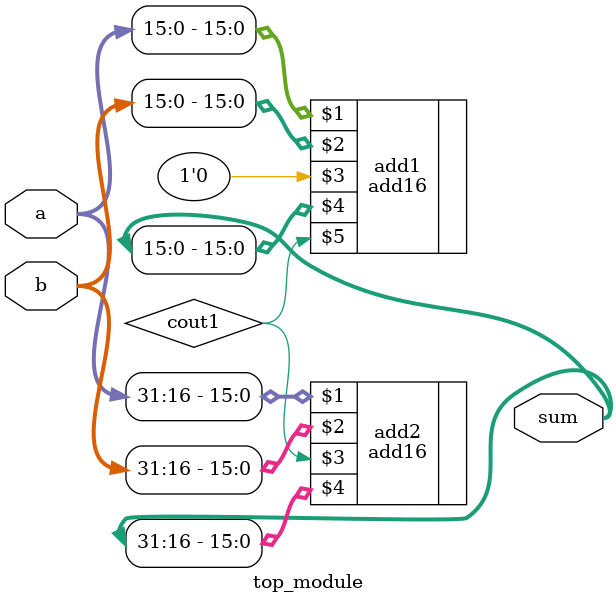
<source format=v>
module top_module(
    input [31:0] a,
    input [31:0] b,
    output [31:0] sum
);
    wire cout1;
    
    add16 add1(a[15:0],b[15:0],1'b0,sum[15:0],cout1);
    add16 add2(a[31:16],b[31:16],cout1,sum[31:16],);

endmodule

</source>
